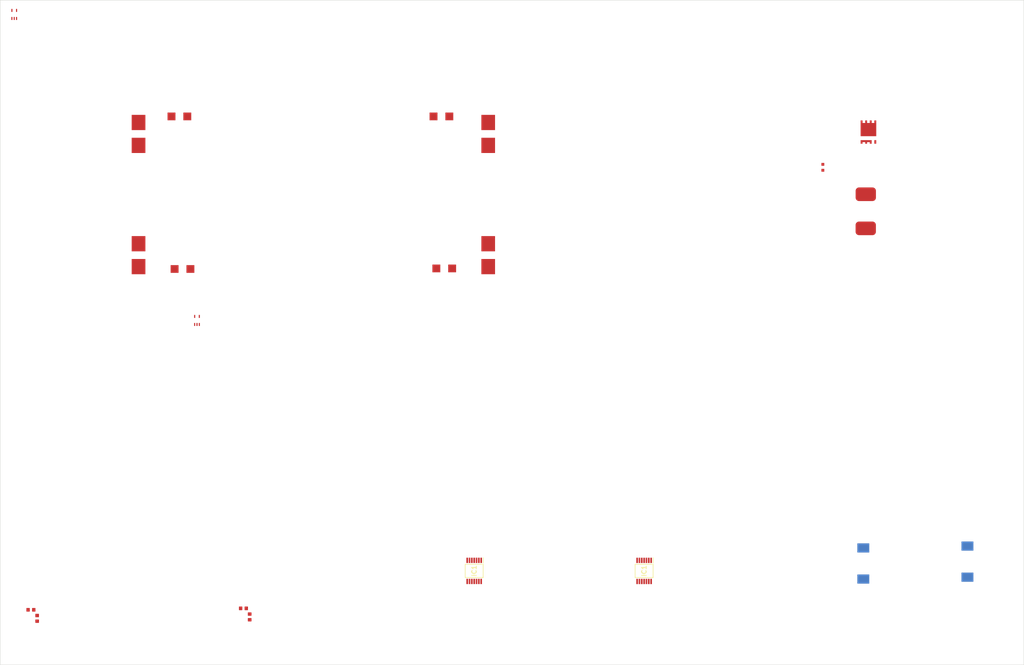
<source format=kicad_pcb>
(kicad_pcb (version 20240108) (generator "pcbnew") (generator_version "8.0")
  (layers (0 "F.Cu" signal) (31 "B.Cu" signal) (34 "B.Paste" user) (35 "F.Paste" user) (36 "B.SilkS" user "B.Silkscreen") (37 "F.SilkS" user "F.Silkscreen") (38 "B.Mask" user) (39 "F.Mask" user) (44 "Edge.Cuts" user))
  (net 0 "")
  (footprint "SMBJ33A:DIOM5436X244N" (layer "F.Cu") (at 125.045 32.3627 180)
    (property "Reference" "D3" (hide yes))
    (property "Value" "DIOM5436X244N" (hide yes))
    (pad "1" smd rect (at 0 0 270) (size 2.15 2.2) (layers "F.Cu" "F.Paste" "F.Mask"))
    (pad "2" smd rect (at 4.4 0 270) (size 2.15 2.2) (layers "F.Cu" "F.Paste" "F.Mask"))
  )
  (footprint "SMBJ33A:DIOM5436X244N" (layer "F.Cu") (at 47.695 32.3627)
    (property "Reference" "D2" (hide yes))
    (property "Value" "DIOM5436X244N" (hide yes))
    (pad "1" smd rect (at 0 0 90) (size 2.15 2.2) (layers "F.Cu" "F.Paste" "F.Mask"))
    (pad "2" smd rect (at 4.4 0 90) (size 2.15 2.2) (layers "F.Cu" "F.Paste" "F.Mask"))
  )
  (footprint "FUSE:Fuse" (layer "F.Cu") (at 38.52 70.9877 90)
    (property "Reference" "F5" (hide yes))
    (property "Value" "Fuse" (hide yes))
    (pad "1" smd rect (at -3.1877 0 180) (size 3.81 4.2418) (layers "F.Cu" "F.Paste" "F.Mask"))
    (pad "2" smd rect (at 3.1877 0 180) (size 3.81 4.2418) (layers "F.Cu" "F.Paste" "F.Mask"))
  )
  (footprint "SMBJ33A:DIOM5436X244N" (layer "F.Cu") (at 52.9586 74.8377 180)
    (property "Reference" "D4" (hide yes))
    (property "Value" "DIOM5436X244N" (hide yes))
    (pad "1" smd rect (at 0 0 270) (size 2.15 2.2) (layers "F.Cu" "F.Paste" "F.Mask"))
    (pad "2" smd rect (at 4.4 0 270) (size 2.15 2.2) (layers "F.Cu" "F.Paste" "F.Mask"))
  )
  (footprint "SN74LVC1G32IDCKREP:SN74LVC1G32IDCKREP" (layer "F.Cu") (at 54.795 89.1627 90)
    (property "Reference" "REF**" (hide yes))
    (property "Value" "DCK5" (hide yes))
    (pad "1" smd rect (at -1.121151 -0.649999 90) (size 0.845299 0.3048) (layers "F.Cu" "F.Paste" "F.Mask"))
    (pad "2" smd rect (at -1.121151 0 90) (size 0.845299 0.3048) (layers "F.Cu" "F.Paste" "F.Mask"))
    (pad "3" smd rect (at -1.121151 0.649999 90) (size 0.845299 0.3048) (layers "F.Cu" "F.Paste" "F.Mask"))
    (pad "4" smd rect (at 1.121151 0.649999 90) (size 0.845299 0.3048) (layers "F.Cu" "F.Paste" "F.Mask"))
    (pad "5" smd rect (at 1.121151 -0.649999 90) (size 0.845299 0.3048) (layers "F.Cu" "F.Paste" "F.Mask"))
  )
  (footprint "FUSE:Fuse" (layer "F.Cu") (at 38.52 37.2377 -90)
    (property "Reference" "F3" (hide yes))
    (property "Value" "Fuse" (hide yes))
    (pad "1" smd rect (at -3.1877 0) (size 3.81 4.2418) (layers "F.Cu" "F.Paste" "F.Mask"))
    (pad "2" smd rect (at 3.1877 0) (size 3.81 4.2418) (layers "F.Cu" "F.Paste" "F.Mask"))
  )
  (footprint "R0603:RESC1608X50N" (layer "F.Cu") (at 67.73 169.32)
    (property "Reference" "1.1k" (hide yes))
    (property "Value" "MCT06030D1101BP500" (hide yes))
    (pad "1" smd roundrect (at -0.79 0) (size 0.94 1.02) (layers "F.Cu" "F.Paste" "F.Mask") (roundrect_rratio 0.1))
    (pad "2" smd roundrect (at 0.79 0) (size 0.94 1.02) (layers "F.Cu" "F.Paste" "F.Mask") (roundrect_rratio 0.1))
  )
  (footprint "AS5047P-ATSM:SOP65P640X120-14N" (layer "F.Cu") (at 131.97 158.89 -90)
    (property "Reference" "IC1" (at 0 0 90) (layer "F.SilkS") (effects (font (size 1.27 1.27) (thickness 0.254))))
    (property "Value" "AS5047P-ATSM" (hide yes))
    (fp_line (start -1.85 2.5) (end -1.85 -2.5) (stroke (width 0.2)) (layer "F.SilkS"))
    (fp_line (start 1.85 2.5) (end -1.85 2.5) (stroke (width 0.2)) (layer "F.SilkS"))
    (fp_line (start -1.85 -2.5) (end 1.85 -2.5) (stroke (width 0.2)) (layer "F.SilkS"))
    (fp_line (start 1.85 -2.5) (end 1.85 2.5) (stroke (width 0.2)) (layer "F.SilkS"))
    (fp_line (start -3.675 -2.525) (end -2.2 -2.525) (stroke (width 0.2)) (layer "F.SilkS"))
    (pad "1" smd rect (at -2.938 -1.95) (size 0.45 1.475) (layers "F.Cu" "F.Paste" "F.Mask"))
    (pad "2" smd rect (at -2.938 -1.3) (size 0.45 1.475) (layers "F.Cu" "F.Paste" "F.Mask"))
    (pad "3" smd rect (at -2.938 -0.65) (size 0.45 1.475) (layers "F.Cu" "F.Paste" "F.Mask"))
    (pad "4" smd rect (at -2.938 0) (size 0.45 1.475) (layers "F.Cu" "F.Paste" "F.Mask"))
    (pad "5" smd rect (at -2.938 0.65) (size 0.45 1.475) (layers "F.Cu" "F.Paste" "F.Mask"))
    (pad "6" smd rect (at -2.938 1.3) (size 0.45 1.475) (layers "F.Cu" "F.Paste" "F.Mask"))
    (pad "7" smd rect (at -2.938 1.95) (size 0.45 1.475) (layers "F.Cu" "F.Paste" "F.Mask"))
    (pad "8" smd rect (at 2.938 1.95) (size 0.45 1.475) (layers "F.Cu" "F.Paste" "F.Mask"))
    (pad "9" smd rect (at 2.938 1.3) (size 0.45 1.475) (layers "F.Cu" "F.Paste" "F.Mask"))
    (pad "10" smd rect (at 2.938 0.65) (size 0.45 1.475) (layers "F.Cu" "F.Paste" "F.Mask"))
    (pad "11" smd rect (at 2.938 0) (size 0.45 1.475) (layers "F.Cu" "F.Paste" "F.Mask"))
    (pad "12" smd rect (at 2.938 -0.65) (size 0.45 1.475) (layers "F.Cu" "F.Paste" "F.Mask"))
    (pad "13" smd rect (at 2.938 -1.3) (size 0.45 1.475) (layers "F.Cu" "F.Paste" "F.Mask"))
    (pad "14" smd rect (at 2.938 -1.95) (size 0.45 1.475) (layers "F.Cu" "F.Paste" "F.Mask"))
  )
  (footprint "SMBJ33A:DIOM5436X244N" (layer "F.Cu") (at 121.4314 74.6853)
    (property "Reference" "D1" (hide yes))
    (property "Value" "DIOM5436X244N" (hide yes))
    (pad "1" smd rect (at 0 0 90) (size 2.15 2.2) (layers "F.Cu" "F.Paste" "F.Mask"))
    (pad "2" smd rect (at 4.4 0 90) (size 2.15 2.2) (layers "F.Cu" "F.Paste" "F.Mask"))
  )
  (footprint "SN74LVC1G32IDCKREP:SN74LVC1G32IDCKREP" (layer "F.Cu") (at 3.91 3.97 90)
    (property "Reference" "REF**" (hide yes))
    (property "Value" "DCK5" (hide yes))
    (pad "1" smd rect (at -1.121151 -0.649999 90) (size 0.845299 0.3048) (layers "F.Cu" "F.Paste" "F.Mask"))
    (pad "2" smd rect (at -1.121151 0 90) (size 0.845299 0.3048) (layers "F.Cu" "F.Paste" "F.Mask"))
    (pad "3" smd rect (at -1.121151 0.649999 90) (size 0.845299 0.3048) (layers "F.Cu" "F.Paste" "F.Mask"))
    (pad "4" smd rect (at 1.121151 0.649999 90) (size 0.845299 0.3048) (layers "F.Cu" "F.Paste" "F.Mask"))
    (pad "5" smd rect (at 1.121151 -0.649999 90) (size 0.845299 0.3048) (layers "F.Cu" "F.Paste" "F.Mask"))
  )
  (footprint "R0603:RESC1608X50N" (layer "F.Cu") (at 10.29 172.1 90)
    (property "Reference" "7.5k" (hide yes))
    (property "Value" "MCT06030D7501BP500" (hide yes))
    (pad "1" smd roundrect (at -0.79 0 90) (size 0.94 1.02) (layers "F.Cu" "F.Paste" "F.Mask") (roundrect_rratio 0.1))
    (pad "2" smd roundrect (at 0.79 0 90) (size 0.94 1.02) (layers "F.Cu" "F.Paste" "F.Mask") (roundrect_rratio 0.1))
  )
  (footprint "AS5047P-ATSM:SOP65P640X120-14N" (layer "F.Cu") (at 179.28 158.898 -90)
    (property "Reference" "IC1" (at 0 0 90) (layer "F.SilkS") (effects (font (size 1.27 1.27) (thickness 0.254))))
    (property "Value" "AS5047P-ATSM" (hide yes))
    (fp_line (start -1.85 2.5) (end -1.85 -2.5) (stroke (width 0.2)) (layer "F.SilkS"))
    (fp_line (start 1.85 2.5) (end -1.85 2.5) (stroke (width 0.2)) (layer "F.SilkS"))
    (fp_line (start -1.85 -2.5) (end 1.85 -2.5) (stroke (width 0.2)) (layer "F.SilkS"))
    (fp_line (start 1.85 -2.5) (end 1.85 2.5) (stroke (width 0.2)) (layer "F.SilkS"))
    (fp_line (start -3.675 -2.525) (end -2.2 -2.525) (stroke (width 0.2)) (layer "F.SilkS"))
    (pad "1" smd rect (at -2.938 -1.95) (size 0.45 1.475) (layers "F.Cu" "F.Paste" "F.Mask"))
    (pad "2" smd rect (at -2.938 -1.3) (size 0.45 1.475) (layers "F.Cu" "F.Paste" "F.Mask"))
    (pad "3" smd rect (at -2.938 -0.65) (size 0.45 1.475) (layers "F.Cu" "F.Paste" "F.Mask"))
    (pad "4" smd rect (at -2.938 0) (size 0.45 1.475) (layers "F.Cu" "F.Paste" "F.Mask"))
    (pad "5" smd rect (at -2.938 0.65) (size 0.45 1.475) (layers "F.Cu" "F.Paste" "F.Mask"))
    (pad "6" smd rect (at -2.938 1.3) (size 0.45 1.475) (layers "F.Cu" "F.Paste" "F.Mask"))
    (pad "7" smd rect (at -2.938 1.95) (size 0.45 1.475) (layers "F.Cu" "F.Paste" "F.Mask"))
    (pad "8" smd rect (at 2.938 1.95) (size 0.45 1.475) (layers "F.Cu" "F.Paste" "F.Mask"))
    (pad "9" smd rect (at 2.938 1.3) (size 0.45 1.475) (layers "F.Cu" "F.Paste" "F.Mask"))
    (pad "10" smd rect (at 2.938 0.65) (size 0.45 1.475) (layers "F.Cu" "F.Paste" "F.Mask"))
    (pad "11" smd rect (at 2.938 0) (size 0.45 1.475) (layers "F.Cu" "F.Paste" "F.Mask"))
    (pad "12" smd rect (at 2.938 -0.65) (size 0.45 1.475) (layers "F.Cu" "F.Paste" "F.Mask"))
    (pad "13" smd rect (at 2.938 -1.3) (size 0.45 1.475) (layers "F.Cu" "F.Paste" "F.Mask"))
    (pad "14" smd rect (at 2.938 -1.95) (size 0.45 1.475) (layers "F.Cu" "F.Paste" "F.Mask"))
  )
  (footprint "FUSE:Fuse" (layer "F.Cu") (at 135.87 37.2377 90)
    (property "Reference" "F2" (hide yes))
    (property "Value" "Fuse" (hide yes))
    (pad "1" smd rect (at -3.1877 0 180) (size 3.81 4.2418) (layers "F.Cu" "F.Paste" "F.Mask"))
    (pad "2" smd rect (at 3.1877 0 180) (size 3.81 4.2418) (layers "F.Cu" "F.Paste" "F.Mask"))
  )
  (footprint "R0603:RESC1608X50N" (layer "F.Cu") (at 8.56 169.72)
    (property "Reference" "1.1k" (hide yes))
    (property "Value" "MCT06030D1101BP500" (hide yes))
    (pad "1" smd roundrect (at -0.79 0) (size 0.94 1.02) (layers "F.Cu" "F.Paste" "F.Mask") (roundrect_rratio 0.1))
    (pad "2" smd roundrect (at 0.79 0) (size 0.94 1.02) (layers "F.Cu" "F.Paste" "F.Mask") (roundrect_rratio 0.1))
  )
  (footprint "R0603:RESC1608X50N" (layer "F.Cu") (at 69.46 171.7 90)
    (property "Reference" "7.5k" (hide yes))
    (property "Value" "MCT06030D7501BP500" (hide yes))
    (pad "1" smd roundrect (at -0.79 0 90) (size 0.94 1.02) (layers "F.Cu" "F.Paste" "F.Mask") (roundrect_rratio 0.1))
    (pad "2" smd roundrect (at 0.79 0 90) (size 0.94 1.02) (layers "F.Cu" "F.Paste" "F.Mask") (roundrect_rratio 0.1))
  )
  (footprint "Bohrloch:Stencil" (layer "F.Cu") (at 239.485 46.28)
    (property "Reference" "REF**" (hide yes))
    (property "Value" "Stencil" (hide yes))
    (pad "1" smd rect (at -10.45 -0.575) (size 0.8 0.8) (layers "F.Cu" "F.Paste" "F.Mask"))
    (pad "1" smd rect (at 0.34 -6.538 90) (size 0.45 0.54) (layers "F.Cu" "F.Paste" "F.Mask") (thermal_bridge_width 1))
    (pad "1" smd roundrect (at 1.505 7.75 270) (size 3.79 5.65) (layers "F.Cu" "F.Paste" "F.Mask"))
    (pad "2" smd rect (at -10.45 1.075) (size 0.8 0.8) (layers "F.Cu" "F.Paste" "F.Mask"))
    (pad "2" smd roundrect (at 1.495 17.25 270) (size 3.79 5.65) (layers "F.Cu" "F.Paste" "F.Mask"))
    (pad "2" smd rect (at 1.61 -6.538 90) (size 0.45 0.54) (layers "F.Cu" "F.Paste" "F.Mask") (thermal_bridge_width 1))
    (pad "3" smd rect (at 2.88 -6.538 90) (size 0.45 0.54) (layers "F.Cu" "F.Paste" "F.Mask"))
    (pad "4" smd rect (at 4.15 -6.813) (size 0.54 1) (layers "F.Cu" "F.Paste" "F.Mask"))
    (pad "5" smd rect (at 4.15 -12.45) (size 0.54 0.725) (layers "F.Cu" "F.Paste" "F.Mask"))
    (pad "6" smd rect (at 2.88 -12.45) (size 0.54 0.725) (layers "F.Cu" "F.Paste" "F.Mask"))
    (pad "7" smd rect (at 1.61 -12.45) (size 0.54 0.725) (layers "F.Cu" "F.Paste" "F.Mask"))
    (pad "8" smd rect (at 0.34 -12.45) (size 0.54 0.725) (layers "F.Cu" "F.Paste" "F.Mask"))
    (pad "9" smd rect (at 2.245 -10.25 90) (size 3.675 4.35) (layers "F.Cu" "F.Paste" "F.Mask"))
    (pad "10" smd rect (at 1.61 -7.038 90) (size 0.55 3.08) (layers "F.Cu" "F.Paste" "F.Mask") (thermal_bridge_width 2))
  )
  (footprint "FUSE:Fuse" (layer "F.Cu") (at 135.87 70.9877 90)
    (property "Reference" "F4" (hide yes))
    (property "Value" "Fuse" (hide yes))
    (pad "1" smd rect (at -3.1877 0 180) (size 3.81 4.2418) (layers "F.Cu" "F.Paste" "F.Mask"))
    (pad "2" smd rect (at 3.1877 0 180) (size 3.81 4.2418) (layers "F.Cu" "F.Paste" "F.Mask"))
  )
  (footprint "smd sicherung:FUSC10131X330N" (layer "B.Cu") (at 269.29 156.31 90)
    (property "Reference" "F1" (hide yes))
    (property "Value" "SF-3812F3500T-2" (hide yes))
    (pad "1" smd rect (at -4.33 0 90) (size 2.55 3.32) (layers "B.Cu" "B.Paste" "B.Mask"))
    (pad "2" smd rect (at 4.33 0 90) (size 2.55 3.32) (layers "B.Cu" "B.Paste" "B.Mask"))
  )
  (footprint "smd sicherung:FUSC10131X330N" (layer "B.Cu") (at 240.3 156.83 90)
    (property "Reference" "F1" (hide yes))
    (property "Value" "SF-3812F3500T-2" (hide yes))
    (pad "1" smd rect (at -4.33 0 90) (size 2.55 3.32) (layers "B.Cu" "B.Paste" "B.Mask"))
    (pad "2" smd rect (at 4.33 0 90) (size 2.55 3.32) (layers "B.Cu" "B.Paste" "B.Mask"))
  )
  (gr_line (start 0 0) (end 0 185) (stroke (width 0.1)) (layer "Edge.Cuts"))
  (gr_line (start 285 185) (end 0 185) (stroke (width 0.1)) (layer "Edge.Cuts"))
  (gr_line (start 0 0) (end 285 0) (stroke (width 0.1)) (layer "Edge.Cuts"))
  (gr_line (start 285 0) (end 285 185) (stroke (width 0.1)) (layer "Edge.Cuts"))
)
</source>
